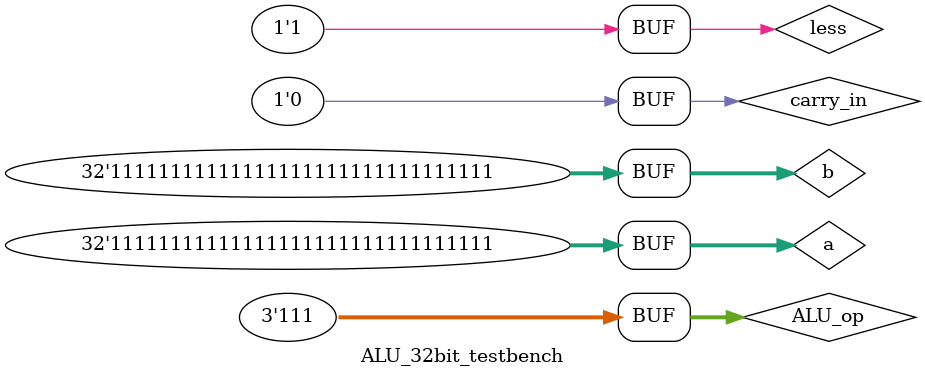
<source format=v>
`define DELAY 20

module ALU_32bit_testbench;
   reg [31:0] a;
   reg [31:0] b;
   reg [2:0] ALU_op;
   reg carry_in;
   reg less;
   wire carry_out;
   wire [31:0] result;
   
	ALU_32bit  alu0 (a, b, ALU_op, carry_in, less, carry_out, result);

	initial begin
		// OPCODE: 000 AND
		a = 32'b00000000000000000000000000000000; b = 32'b00000000000000000000000000000000; carry_in = 1'b0; less = 1'b0; ALU_op = 3'b000;
		#`DELAY;
		a = 32'b00000000000000000000000000000000; b = 32'b11111111111111111111111111111111; carry_in = 1'b0; less = 1'b0; ALU_op = 3'b000;
		#`DELAY;
		a = 32'b11111111111111111111111111111111; b = 32'b00000000000000000000000000000000; carry_in = 1'b0; less = 1'b0; ALU_op = 3'b000;
		#`DELAY;
		a = 32'b11111111111111111111111111111111; b = 32'b11111111111111111111111111111111; carry_in = 1'b0; less = 1'b0; ALU_op = 3'b000;
		#`DELAY;
		
		// OPCODE: 001 OR
		a = 32'b00000000000000000000000000000000; b = 32'b00000000000000000000000000000000; carry_in = 1'b0; less = 1'b0; ALU_op = 3'b001;
		#`DELAY;
		a = 32'b00000000000000000000000000000000; b = 32'b11111111111111111111111111111111; carry_in = 1'b0; less = 1'b0; ALU_op = 3'b001;
		#`DELAY;
		a = 32'b11111111111111111111111111111111; b = 32'b00000000000000000000000000000000; carry_in = 1'b0; less = 1'b0; ALU_op = 3'b001;
		#`DELAY;
		a = 32'b11111111111111111111111111111111; b = 32'b11111111111111111111111111111111; carry_in = 1'b0; less = 1'b0; ALU_op = 3'b001;
		#`DELAY;
		
		// OPCODE: 010 ADD
		a = 32'b00000000000000000000000000000000; b = 32'b00000000000000000000000000000000; carry_in = 1'b0; less = 1'b0; ALU_op = 3'b010;
		#`DELAY;
		a = 32'b01111111111111110000000000000000; b = 32'b00000000000000001111111111111111; carry_in = 1'b0; less = 1'b0; ALU_op = 3'b010;
		#`DELAY;
		a = 32'b00000000000000000000000000000000; b = 32'b11111111111111111111111111111111; carry_in = 1'b0; less = 1'b0; ALU_op = 3'b010;
		#`DELAY;
		a = 32'b11111111111111111111111111111111; b = 32'b11111111111111111111111111111111; carry_in = 1'b0; less = 1'b0; ALU_op = 3'b010;
		#`DELAY;
		a = 32'b00000000000000000000000000000000; b = 32'b00000000000000000000000000000000; carry_in = 1'b1; less = 1'b0; ALU_op = 3'b010;
		#`DELAY;
		a = 32'b10101010101010101010101010101010; b = 32'b01010101010101010101010101010101; carry_in = 1'b1; less = 1'b0; ALU_op = 3'b010;
		#`DELAY;
		a = 32'b00000000000000000000000000000000; b = 32'b11111111111111111111111111111111; carry_in = 1'b1; less = 1'b0; ALU_op = 3'b010;
		#`DELAY;
		a = 32'b11111111111111111111111111111111; b = 32'b11111111111111111111111111111111; carry_in = 1'b1; less = 1'b0; ALU_op = 3'b010;
		#`DELAY;
		
		// OPCODE: 011 SUBSTRACT
		a = 32'b00000000000000000000000000000000; b = 32'b00000000000000000000000000000000; carry_in = 1'b0; less = 1'b0; ALU_op = 3'b011;
		#`DELAY;
		a = 32'b01111111111111110000000000000000; b = 32'b00000000000000001111111111111111; carry_in = 1'b0; less = 1'b0; ALU_op = 3'b011;
		#`DELAY
		a = 32'b00000000000000000000000000000000; b = 32'b11111111111111111111111111111111; carry_in = 1'b0; less = 1'b0; ALU_op = 3'b011;
		#`DELAY
		a = 32'b11111111111111111111111111111111; b = 32'b11111111111111111111111111111111; carry_in = 1'b0; less = 1'b0; ALU_op = 3'b011;
		#`DELAY
		a = 32'b00000000000000000000000000000000; b = 32'b00000000000000000000000000000000; carry_in = 1'b1; less = 1'b0; ALU_op = 3'b011;
		#`DELAY
		a = 32'b10101010101010101010101010101010; b = 32'b01010101010101010101010101010101; carry_in = 1'b1; less = 1'b0; ALU_op = 3'b011;
		#`DELAY
		a = 32'b00000000000000000000000000000000; b = 32'b11111111111111111111111111111111; carry_in = 1'b1; less = 1'b0; ALU_op = 3'b011;
		#`DELAY
		a = 32'b11111111111111111111111111111111; b = 32'b11111111111111111111111111111111; carry_in = 1'b1; less = 1'b0; ALU_op = 3'b011;
		#`DELAY;
		
		// OPCODE: 111 SET ON LESS THAN
		a = 32'b00000000000000000000000000000000; b = 32'b00000000000000000000000000000000; carry_in = 1'b0; less = 1'b0; ALU_op = 3'b111;
		#`DELAY;
		a = 32'b01111111111111110000000000000000; b = 32'b00000000000000001111111111111111; carry_in = 1'b0; less = 1'b0; ALU_op = 3'b111;
		#`DELAY
		a = 32'b00000000000000000000000000000000; b = 32'b11111111111111111111111111111111; carry_in = 1'b0; less = 1'b0; ALU_op = 3'b111;
		#`DELAY
		a = 32'b11111111111111111111111111111111; b = 32'b11111111111111111111111111111111; carry_in = 1'b0; less = 1'b0; ALU_op = 3'b111;
		#`DELAY
		a = 32'b00000000000000000000000000000000; b = 32'b00000000000000000000000000000000; carry_in = 1'b0; less = 1'b1; ALU_op = 3'b111;
		#`DELAY
		a = 32'b10101010101010101010101010101010; b = 32'b01010101010101010101010101010101; carry_in = 1'b0; less = 1'b1; ALU_op = 3'b111;
		#`DELAY
		a = 32'b00000000000000000000000000000000; b = 32'b11111111111111111111111111111111; carry_in = 1'b0; less = 1'b1; ALU_op = 3'b111;
		#`DELAY
		a = 32'b11111111111111111111111111111111; b = 32'b11111111111111111111111111111111; carry_in = 1'b0; less = 1'b1; ALU_op = 3'b111;
		#`DELAY;
	end
	 
	initial begin
		$monitor("time = %2d, a =%32b, b=%32b, carry_in =%1b, less=%1b, ALU_op =%3b, carry_out =%1b, result=%32b", $time, a, b, carry_in, less, ALU_op, carry_out, result);
	end 
endmodule
</source>
